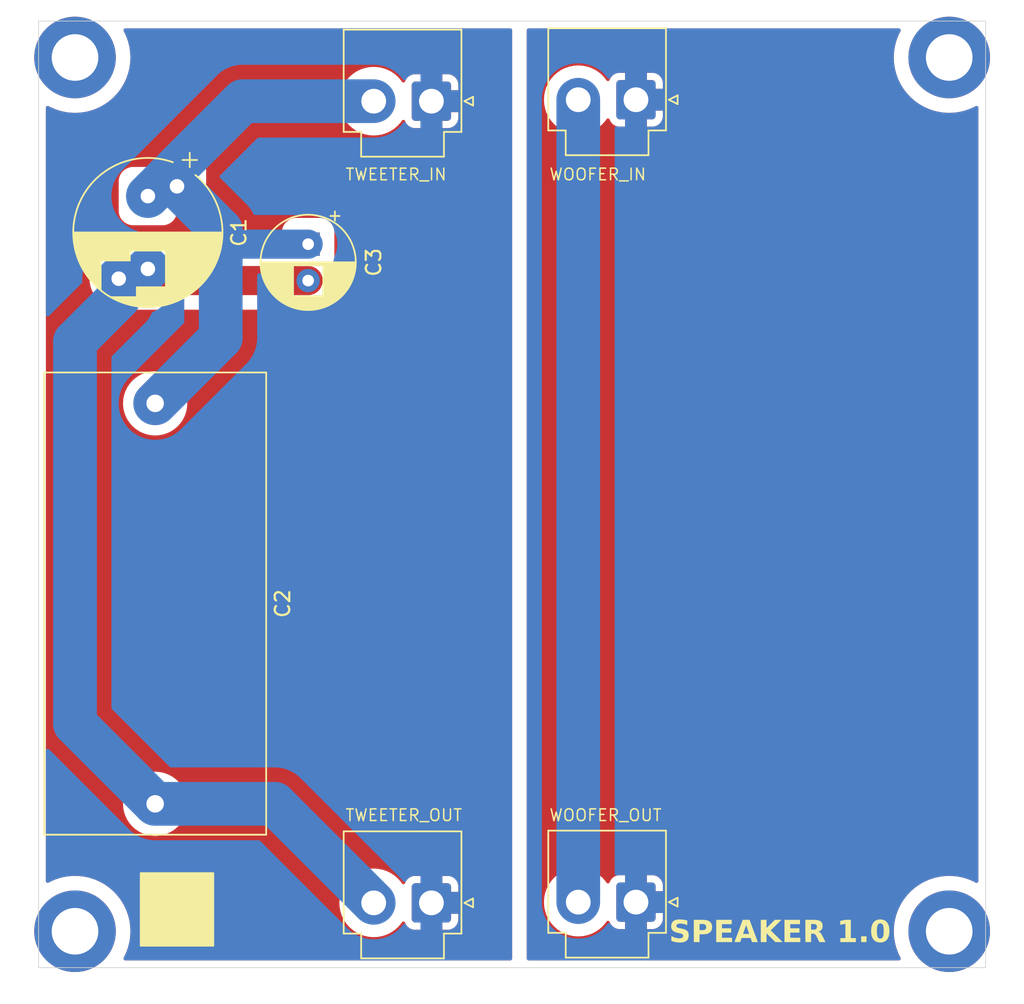
<source format=kicad_pcb>
(kicad_pcb (version 20240108) (generator "pcbnew") (generator_version "8.0")
  (layers (0 "F.Cu" signal) (31 "B.Cu" signal) (34 "B.Paste" user) (35 "F.Paste" user) (36 "B.SilkS" user "B.Silkscreen") (37 "F.SilkS" user "F.Silkscreen") (38 "B.Mask" user) (39 "F.Mask" user) (44 "Edge.Cuts" user))
  (net 0 "")
  (net 1 "TWEETER_OUT")
  (net 2 "TWEETER_IN")
  (net 3 "TWEET_GND")
  (net 4 "WOOFER")
  (net 5 "WOOFER_GND")
  (footprint "Capacitor_THT:C_Rect_L31.5mm_W15.0mm_P27.50mm_MKS4" (layer "F.Cu") (at 78 81.25 -90)
    (property "Reference" "C2" (at 13.75 -8.75 90) (layer "F.SilkS"))
    (property "Value" "2.2uF 400V")
    (fp_line (start -2.12 7.62) (end 29.62 7.62) (stroke (width 0.12)) (layer "F.SilkS"))
    (fp_line (start -2.12 -7.62) (end -2.12 7.62) (stroke (width 0.12)) (layer "F.SilkS"))
    (fp_line (start -2.12 -7.62) (end 29.62 -7.62) (stroke (width 0.12)) (layer "F.SilkS"))
    (fp_line (start 29.62 -7.62) (end 29.62 7.62) (stroke (width 0.12)) (layer "F.SilkS"))
    (pad "1" thru_hole circle (at 0 0 270) (size 2.4 2.4) (drill 1.2) (layers "*.Cu" "*.Mask") (net 2 "TWEETER_IN"))
    (pad "2" thru_hole circle (at 27.5 0 270) (size 2.4 2.4) (drill 1.2) (layers "*.Cu" "*.Mask") (net 1 "TWEETER_OUT"))
  )
  (footprint "MountingHole:MountingHole_3.2mm_M3_DIN965_Pad_TopBottom" (layer "F.Cu") (at 72.5 117.5)
    (property "Reference" "H4" (hide yes))
    (property "Value" "MountingHole")
    (pad "1" thru_hole circle (at 0 0) (size 3.6 3.6) (drill 3.2) (layers "*.Cu" "*.Mask"))
    (pad "1" connect circle (at 0 0) (size 5.6 5.6) (layers "F.Cu" "F.Mask"))
    (pad "1" connect circle (at 0 0) (size 5.6 5.6) (layers "B.Cu" "B.Mask"))
  )
  (footprint "Capacitor_THT:CP_Radial_D6.3mm_P2.50mm" (layer "F.Cu") (at 88.5 70.317621 -90)
    (property "Reference" "C3" (at 1.25 -4.5 90) (layer "F.SilkS"))
    (property "Value" "47uF 50V")
    (fp_line (start 1.49 1.04) (end 1.49 3.222) (stroke (width 0.12)) (layer "F.SilkS"))
    (fp_line (start 1.53 1.04) (end 1.53 3.218) (stroke (width 0.12)) (layer "F.SilkS"))
    (fp_line (start 1.57 1.04) (end 1.57 3.215) (stroke (width 0.12)) (layer "F.SilkS"))
    (fp_line (start 1.61 1.04) (end 1.61 3.211) (stroke (width 0.12)) (layer "F.SilkS"))
    (fp_line (start 1.65 1.04) (end 1.65 3.206) (stroke (width 0.12)) (layer "F.SilkS"))
    (fp_line (start 1.69 1.04) (end 1.69 3.201) (stroke (width 0.12)) (layer "F.SilkS"))
    (fp_line (start 1.73 1.04) (end 1.73 3.195) (stroke (width 0.12)) (layer "F.SilkS"))
    (fp_line (start 1.77 1.04) (end 1.77 3.189) (stroke (width 0.12)) (layer "F.SilkS"))
    (fp_line (start 1.81 1.04) (end 1.81 3.182) (stroke (width 0.12)) (layer "F.SilkS"))
    (fp_line (start 1.85 1.04) (end 1.85 3.175) (stroke (width 0.12)) (layer "F.SilkS"))
    (fp_line (start 1.89 1.04) (end 1.89 3.167) (stroke (width 0.12)) (layer "F.SilkS"))
    (fp_line (start 1.93 1.04) (end 1.93 3.159) (stroke (width 0.12)) (layer "F.SilkS"))
    (fp_line (start 1.971 1.04) (end 1.971 3.15) (stroke (width 0.12)) (layer "F.SilkS"))
    (fp_line (start 2.011 1.04) (end 2.011 3.141) (stroke (width 0.12)) (layer "F.SilkS"))
    (fp_line (start 2.051 1.04) (end 2.051 3.131) (stroke (width 0.12)) (layer "F.SilkS"))
    (fp_line (start 2.091 1.04) (end 2.091 3.121) (stroke (width 0.12)) (layer "F.SilkS"))
    (fp_line (start 2.131 1.04) (end 2.131 3.11) (stroke (width 0.12)) (layer "F.SilkS"))
    (fp_line (start 2.171 1.04) (end 2.171 3.098) (stroke (width 0.12)) (layer "F.SilkS"))
    (fp_line (start 2.211 1.04) (end 2.211 3.086) (stroke (width 0.12)) (layer "F.SilkS"))
    (fp_line (start 2.251 1.04) (end 2.251 3.074) (stroke (width 0.12)) (layer "F.SilkS"))
    (fp_line (start 2.291 1.04) (end 2.291 3.061) (stroke (width 0.12)) (layer "F.SilkS"))
    (fp_line (start 2.331 1.04) (end 2.331 3.047) (stroke (width 0.12)) (layer "F.SilkS"))
    (fp_line (start 2.371 1.04) (end 2.371 3.033) (stroke (width 0.12)) (layer "F.SilkS"))
    (fp_line (start 2.411 1.04) (end 2.411 3.018) (stroke (width 0.12)) (layer "F.SilkS"))
    (fp_line (start 2.451 1.04) (end 2.451 3.002) (stroke (width 0.12)) (layer "F.SilkS"))
    (fp_line (start 2.491 1.04) (end 2.491 2.986) (stroke (width 0.12)) (layer "F.SilkS"))
    (fp_line (start 2.531 1.04) (end 2.531 2.97) (stroke (width 0.12)) (layer "F.SilkS"))
    (fp_line (start 2.571 1.04) (end 2.571 2.952) (stroke (width 0.12)) (layer "F.SilkS"))
    (fp_line (start 2.611 1.04) (end 2.611 2.934) (stroke (width 0.12)) (layer "F.SilkS"))
    (fp_line (start 2.651 1.04) (end 2.651 2.916) (stroke (width 0.12)) (layer "F.SilkS"))
    (fp_line (start 2.691 1.04) (end 2.691 2.896) (stroke (width 0.12)) (layer "F.SilkS"))
    (fp_line (start 2.731 1.04) (end 2.731 2.876) (stroke (width 0.12)) (layer "F.SilkS"))
    (fp_line (start 2.771 1.04) (end 2.771 2.856) (stroke (width 0.12)) (layer "F.SilkS"))
    (fp_line (start 2.811 1.04) (end 2.811 2.834) (stroke (width 0.12)) (layer "F.SilkS"))
    (fp_line (start 2.851 1.04) (end 2.851 2.812) (stroke (width 0.12)) (layer "F.SilkS"))
    (fp_line (start 2.891 1.04) (end 2.891 2.79) (stroke (width 0.12)) (layer "F.SilkS"))
    (fp_line (start 2.931 1.04) (end 2.931 2.766) (stroke (width 0.12)) (layer "F.SilkS"))
    (fp_line (start 2.971 1.04) (end 2.971 2.742) (stroke (width 0.12)) (layer "F.SilkS"))
    (fp_line (start 3.011 1.04) (end 3.011 2.716) (stroke (width 0.12)) (layer "F.SilkS"))
    (fp_line (start 3.051 1.04) (end 3.051 2.69) (stroke (width 0.12)) (layer "F.SilkS"))
    (fp_line (start 3.091 1.04) (end 3.091 2.664) (stroke (width 0.12)) (layer "F.SilkS"))
    (fp_line (start 3.131 1.04) (end 3.131 2.636) (stroke (width 0.12)) (layer "F.SilkS"))
    (fp_line (start 3.171 1.04) (end 3.171 2.607) (stroke (width 0.12)) (layer "F.SilkS"))
    (fp_line (start 3.211 1.04) (end 3.211 2.578) (stroke (width 0.12)) (layer "F.SilkS"))
    (fp_line (start 3.251 1.04) (end 3.251 2.548) (stroke (width 0.12)) (layer "F.SilkS"))
    (fp_line (start 3.291 1.04) (end 3.291 2.516) (stroke (width 0.12)) (layer "F.SilkS"))
    (fp_line (start 3.331 1.04) (end 3.331 2.484) (stroke (width 0.12)) (layer "F.SilkS"))
    (fp_line (start 3.371 1.04) (end 3.371 2.45) (stroke (width 0.12)) (layer "F.SilkS"))
    (fp_line (start 3.411 1.04) (end 3.411 2.416) (stroke (width 0.12)) (layer "F.SilkS"))
    (fp_line (start 3.451 1.04) (end 3.451 2.38) (stroke (width 0.12)) (layer "F.SilkS"))
    (fp_line (start 3.491 1.04) (end 3.491 2.343) (stroke (width 0.12)) (layer "F.SilkS"))
    (fp_line (start 3.531 1.04) (end 3.531 2.305) (stroke (width 0.12)) (layer "F.SilkS"))
    (fp_line (start 4.491 -0.402) (end 4.491 0.402) (stroke (width 0.12)) (layer "F.SilkS"))
    (fp_line (start 4.451 -0.633) (end 4.451 0.633) (stroke (width 0.12)) (layer "F.SilkS"))
    (fp_line (start 4.411 -0.802) (end 4.411 0.802) (stroke (width 0.12)) (layer "F.SilkS"))
    (fp_line (start 4.371 -0.94) (end 4.371 0.94) (stroke (width 0.12)) (layer "F.SilkS"))
    (fp_line (start 4.331 -1.059) (end 4.331 1.059) (stroke (width 0.12)) (layer "F.SilkS"))
    (fp_line (start 4.291 -1.165) (end 4.291 1.165) (stroke (width 0.12)) (layer "F.SilkS"))
    (fp_line (start 4.251 -1.262) (end 4.251 1.262) (stroke (width 0.12)) (layer "F.SilkS"))
    (fp_line (start 4.211 -1.35) (end 4.211 1.35) (stroke (width 0.12)) (layer "F.SilkS"))
    (fp_line (start 4.171 -1.432) (end 4.171 1.432) (stroke (width 0.12)) (layer "F.SilkS"))
    (fp_line (start 4.131 -1.509) (end 4.131 1.509) (stroke (width 0.12)) (layer "F.SilkS"))
    (fp_line (start 4.091 -1.581) (end 4.091 1.581) (stroke (width 0.12)) (layer "F.SilkS"))
    (fp_line (start 4.051 -1.65) (end 4.051 1.65) (stroke (width 0.12)) (layer "F.SilkS"))
    (fp_line (start 4.011 -1.714) (end 4.011 1.714) (stroke (width 0.12)) (layer "F.SilkS"))
    (fp_line (start 3.971 -1.776) (end 3.971 1.776) (stroke (width 0.12)) (layer "F.SilkS"))
    (fp_line (start 3.931 -1.834) (end 3.931 1.834) (stroke (width 0.12)) (layer "F.SilkS"))
    (fp_line (start -2.250241 -1.839) (end -1.620241 -1.839) (stroke (width 0.12)) (layer "F.SilkS"))
    (fp_line (start 3.891 -1.89) (end 3.891 1.89) (stroke (width 0.12)) (layer "F.SilkS"))
    (fp_line (start 3.851 -1.944) (end 3.851 1.944) (stroke (width 0.12)) (layer "F.SilkS"))
    (fp_line (start 3.811 -1.995) (end 3.811 1.995) (stroke (width 0.12)) (layer "F.SilkS"))
    (fp_line (start 3.771 -2.044) (end 3.771 2.044) (stroke (width 0.12)) (layer "F.SilkS"))
    (fp_line (start 3.731 -2.092) (end 3.731 2.092) (stroke (width 0.12)) (layer "F.SilkS"))
    (fp_line (start 3.691 -2.137) (end 3.691 2.137) (stroke (width 0.12)) (layer "F.SilkS"))
    (fp_line (start -1.935241 -2.154) (end -1.935241 -1.524) (stroke (width 0.12)) (layer "F.SilkS"))
    (fp_line (start 3.651 -2.182) (end 3.651 2.182) (stroke (width 0.12)) (layer "F.SilkS"))
    (fp_line (start 3.611 -2.224) (end 3.611 2.224) (stroke (width 0.12)) (layer "F.SilkS"))
    (fp_line (start 3.571 -2.265) (end 3.571 2.265) (stroke (width 0.12)) (layer "F.SilkS"))
    (fp_line (start 3.531 -2.305) (end 3.531 -1.04) (stroke (width 0.12)) (layer "F.SilkS"))
    (fp_line (start 3.491 -2.343) (end 3.491 -1.04) (stroke (width 0.12)) (layer "F.SilkS"))
    (fp_line (start 3.451 -2.38) (end 3.451 -1.04) (stroke (width 0.12)) (layer "F.SilkS"))
    (fp_line (start 3.411 -2.416) (end 3.411 -1.04) (stroke (width 0.12)) (layer "F.SilkS"))
    (fp_line (start 3.371 -2.45) (end 3.371 -1.04) (stroke (width 0.12)) (layer "F.SilkS"))
    (fp_line (start 3.331 -2.484) (end 3.331 -1.04) (stroke (width 0.12)) (layer "F.SilkS"))
    (fp_line (start 3.291 -2.516) (end 3.291 -1.04) (stroke (width 0.12)) (layer "F.SilkS"))
    (fp_line (start 3.251 -2.548) (end 3.251 -1.04) (stroke (width 0.12)) (layer "F.SilkS"))
    (fp_line (start 3.211 -2.578) (end 3.211 -1.04) (stroke (width 0.12)) (layer "F.SilkS"))
    (fp_line (start 3.171 -2.607) (end 3.171 -1.04) (stroke (width 0.12)) (layer "F.SilkS"))
    (fp_line (start 3.131 -2.636) (end 3.131 -1.04) (stroke (width 0.12)) (layer "F.SilkS"))
    (fp_line (start 3.091 -2.664) (end 3.091 -1.04) (stroke (width 0.12)) (layer "F.SilkS"))
    (fp_line (start 3.051 -2.69) (end 3.051 -1.04) (stroke (width 0.12)) (layer "F.SilkS"))
    (fp_line (start 3.011 -2.716) (end 3.011 -1.04) (stroke (width 0.12)) (layer "F.SilkS"))
    (fp_line (start 2.971 -2.742) (end 2.971 -1.04) (stroke (width 0.12)) (layer "F.SilkS"))
    (fp_line (start 2.931 -2.766) (end 2.931 -1.04) (stroke (width 0.12)) (layer "F.SilkS"))
    (fp_line (start 2.891 -2.79) (end 2.891 -1.04) (stroke (width 0.12)) (layer "F.SilkS"))
    (fp_line (start 2.851 -2.812) (end 2.851 -1.04) (stroke (width 0.12)) (layer "F.SilkS"))
    (fp_line (start 2.811 -2.834) (end 2.811 -1.04) (stroke (width 0.12)) (layer "F.SilkS"))
    (fp_line (start 2.771 -2.856) (end 2.771 -1.04) (stroke (width 0.12)) (layer "F.SilkS"))
    (fp_line (start 2.731 -2.876) (end 2.731 -1.04) (stroke (width 0.12)) (layer "F.SilkS"))
    (fp_line (start 2.691 -2.896) (end 2.691 -1.04) (stroke (width 0.12)) (layer "F.SilkS"))
    (fp_line (start 2.651 -2.916) (end 2.651 -1.04) (stroke (width 0.12)) (layer "F.SilkS"))
    (fp_line (start 2.611 -2.934) (end 2.611 -1.04) (stroke (width 0.12)) (layer "F.SilkS"))
    (fp_line (start 2.571 -2.952) (end 2.571 -1.04) (stroke (width 0.12)) (layer "F.SilkS"))
    (fp_line (start 2.531 -2.97) (end 2.531 -1.04) (stroke (width 0.12)) (layer "F.SilkS"))
    (fp_line (start 2.491 -2.986) (end 2.491 -1.04) (stroke (width 0.12)) (layer "F.SilkS"))
    (fp_line (start 2.451 -3.002) (end 2.451 -1.04) (stroke (width 0.12)) (layer "F.SilkS"))
    (fp_line (start 2.411 -3.018) (end 2.411 -1.04) (stroke (width 0.12)) (layer "F.SilkS"))
    (fp_line (start 2.371 -3.033) (end 2.371 -1.04) (stroke (width 0.12)) (layer "F.SilkS"))
    (fp_line (start 2.331 -3.047) (end 2.331 -1.04) (stroke (width 0.12)) (layer "F.SilkS"))
    (fp_line (start 2.291 -3.061) (end 2.291 -1.04) (stroke (width 0.12)) (layer "F.SilkS"))
    (fp_line (start 2.251 -3.074) (end 2.251 -1.04) (stroke (width 0.12)) (layer "F.SilkS"))
    (fp_line (start 2.211 -3.086) (end 2.211 -1.04) (stroke (width 0.12)) (layer "F.SilkS"))
    (fp_line (start 2.171 -3.098) (end 2.171 -1.04) (stroke (width 0.12)) (layer "F.SilkS"))
    (fp_line (start 2.131 -3.11) (end 2.131 -1.04) (stroke (width 0.12)) (layer "F.SilkS"))
    (fp_line (start 2.091 -3.121) (end 2.091 -1.04) (stroke (width 0.12)) (layer "F.SilkS"))
    (fp_line (start 2.051 -3.131) (end 2.051 -1.04) (stroke (width 0.12)) (layer "F.SilkS"))
    (fp_line (start 2.011 -3.141) (end 2.011 -1.04) (stroke (width 0.12)) (layer "F.SilkS"))
    (fp_line (start 1.971 -3.15) (end 1.971 -1.04) (stroke (width 0.12)) (layer "F.SilkS"))
    (fp_line (start 1.93 -3.159) (end 1.93 -1.04) (stroke (width 0.12)) (layer "F.SilkS"))
    (fp_line (start 1.89 -3.167) (end 1.89 -1.04) (stroke (width 0.12)) (layer "F.SilkS"))
    (fp_line (start 1.85 -3.175) (end 1.85 -1.04) (stroke (width 0.12)) (layer "F.SilkS"))
    (fp_line (start 1.81 -3.182) (end 1.81 -1.04) (stroke (width 0.12)) (layer "F.SilkS"))
    (fp_line (start 1.77 -3.189) (end 1.77 -1.04) (stroke (width 0.12)) (layer "F.SilkS"))
    (fp_line (start 1.73 -3.195) (end 1.73 -1.04) (stroke (width 0.12)) (layer "F.SilkS"))
    (fp_line (start 1.69 -3.201) (end 1.69 -1.04) (stroke (width 0.12)) (layer "F.SilkS"))
    (fp_line (start 1.65 -3.206) (end 1.65 -1.04) (stroke (width 0.12)) (layer "F.SilkS"))
    (fp_line (start 1.61 -3.211) (end 1.61 -1.04) (stroke (width 0.12)) (layer "F.SilkS"))
    (fp_line (start 1.57 -3.215) (end 1.57 -1.04) (stroke (width 0.12)) (layer "F.SilkS"))
    (fp_line (start 1.53 -3.218) (end 1.53 -1.04) (stroke (width 0.12)) (layer "F.SilkS"))
    (fp_line (start 1.49 -3.222) (end 1.49 -1.04) (stroke (width 0.12)) (layer "F.SilkS"))
    (fp_line (start 1.45 -3.224) (end 1.45 3.224) (stroke (width 0.12)) (layer "F.SilkS"))
    (fp_line (start 1.41 -3.227) (end 1.41 3.227) (stroke (width 0.12)) (layer "F.SilkS"))
    (fp_line (start 1.37 -3.228) (end 1.37 3.228) (stroke (width 0.12)) (layer "F.SilkS"))
    (fp_line (start 1.25 -3.23) (end 1.25 3.23) (stroke (width 0.12)) (layer "F.SilkS"))
    (fp_line (start 1.29 -3.23) (end 1.29 3.23) (stroke (width 0.12)) (layer "F.SilkS"))
    (fp_line (start 1.33 -3.23) (end 1.33 3.23) (stroke (width 0.12)) (layer "F.SilkS"))
    (fp_circle (center 1.25 0) (end 4.52 0) (stroke (width 0.12)) (fill none) (layer "F.SilkS"))
    (pad "1" thru_hole rect (at 0 0 270) (size 1.6 1.6) (drill 0.8) (layers "*.Cu" "*.Mask") (net 2 "TWEETER_IN"))
    (pad "2" thru_hole circle (at 2.5 0 270) (size 1.6 1.6) (drill 0.8) (layers "*.Cu" "*.Mask") (net 1 "TWEETER_OUT"))
  )
  (footprint "Connector_JST:JST_VH_B2P-VH-B_1x02_P3.96mm_Vertical" (layer "F.Cu") (at 111 115.5 180)
    (property "Reference" "J3" (hide yes))
    (property "Value" "Conn_01x02_Pin")
    (fp_line (start 6.02 4.91) (end -2.06 4.91) (stroke (width 0.12)) (layer "F.SilkS"))
    (fp_line (start 6.02 -2.11) (end 6.02 4.91) (stroke (width 0.12)) (layer "F.SilkS"))
    (fp_line (start 4.82 -2.11) (end 6.02 -2.11) (stroke (width 0.12)) (layer "F.SilkS"))
    (fp_line (start 4.82 -3.81) (end 4.82 -2.11) (stroke (width 0.12)) (layer "F.SilkS"))
    (fp_line (start -0.86 -2.11) (end -0.86 -3.81) (stroke (width 0.12)) (layer "F.SilkS"))
    (fp_line (start -0.86 -3.81) (end 4.82 -3.81) (stroke (width 0.12)) (layer "F.SilkS"))
    (fp_line (start -2.06 4.91) (end -2.06 -2.11) (stroke (width 0.12)) (layer "F.SilkS"))
    (fp_line (start -2.06 -2.11) (end -0.86 -2.11) (stroke (width 0.12)) (layer "F.SilkS"))
    (fp_line (start -2.26 0) (end -2.86 0.3) (stroke (width 0.12)) (layer "F.SilkS"))
    (fp_line (start -2.86 0.3) (end -2.86 -0.3) (stroke (width 0.12)) (layer "F.SilkS"))
    (fp_line (start -2.86 -0.3) (end -2.26 0) (stroke (width 0.12)) (layer "F.SilkS"))
    (pad "1" thru_hole roundrect (at 0 0 180) (size 2.7 2.7) (drill 1.7) (layers "*.Cu" "*.Mask") (roundrect_rratio 0.092593) (net 5 "WOOFER_GND"))
    (pad "2" thru_hole circle (at 3.96 0 180) (size 2.7 2.7) (drill 1.7) (layers "*.Cu" "*.Mask") (net 4 "WOOFER"))
  )
  (footprint "Connector_JST:JST_VH_B2P-VH-B_1x02_P3.96mm_Vertical" (layer "F.Cu") (at 96.96 115.55 180)
    (property "Reference" "J4" (hide yes))
    (property "Value" "Conn_01x02_Pin")
    (fp_line (start 6.02 4.91) (end -2.06 4.91) (stroke (width 0.12)) (layer "F.SilkS"))
    (fp_line (start 6.02 -2.11) (end 6.02 4.91) (stroke (width 0.12)) (layer "F.SilkS"))
    (fp_line (start 4.82 -2.11) (end 6.02 -2.11) (stroke (width 0.12)) (layer "F.SilkS"))
    (fp_line (start 4.82 -3.81) (end 4.82 -2.11) (stroke (width 0.12)) (layer "F.SilkS"))
    (fp_line (start -0.86 -2.11) (end -0.86 -3.81) (stroke (width 0.12)) (layer "F.SilkS"))
    (fp_line (start -0.86 -3.81) (end 4.82 -3.81) (stroke (width 0.12)) (layer "F.SilkS"))
    (fp_line (start -2.06 4.91) (end -2.06 -2.11) (stroke (width 0.12)) (layer "F.SilkS"))
    (fp_line (start -2.06 -2.11) (end -0.86 -2.11) (stroke (width 0.12)) (layer "F.SilkS"))
    (fp_line (start -2.26 0) (end -2.86 0.3) (stroke (width 0.12)) (layer "F.SilkS"))
    (fp_line (start -2.86 0.3) (end -2.86 -0.3) (stroke (width 0.12)) (layer "F.SilkS"))
    (fp_line (start -2.86 -0.3) (end -2.26 0) (stroke (width 0.12)) (layer "F.SilkS"))
    (pad "1" thru_hole roundrect (at 0 0 180) (size 2.7 2.7) (drill 1.7) (layers "*.Cu" "*.Mask") (roundrect_rratio 0.092593) (net 3 "TWEET_GND"))
    (pad "2" thru_hole circle (at 3.96 0 180) (size 2.7 2.7) (drill 1.7) (layers "*.Cu" "*.Mask") (net 1 "TWEETER_OUT"))
  )
  (footprint "MountingHole:MountingHole_3.2mm_M3_DIN965_Pad_TopBottom" (layer "F.Cu") (at 132.5 117.5)
    (property "Reference" "H2" (hide yes))
    (property "Value" "MountingHole")
    (pad "1" thru_hole circle (at 0 0) (size 3.6 3.6) (drill 3.2) (layers "*.Cu" "*.Mask"))
    (pad "1" connect circle (at 0 0) (size 5.6 5.6) (layers "F.Cu" "F.Mask"))
    (pad "1" connect circle (at 0 0) (size 5.6 5.6) (layers "B.Cu" "B.Mask"))
  )
  (footprint "MountingHole:MountingHole_3.2mm_M3_DIN965_Pad_TopBottom" (layer "F.Cu") (at 132.5 57.5)
    (property "Reference" "H1" (hide yes))
    (property "Value" "MountingHole")
    (pad "1" thru_hole circle (at 0 0) (size 3.6 3.6) (drill 3.2) (layers "*.Cu" "*.Mask"))
    (pad "1" connect circle (at 0 0) (size 5.6 5.6) (layers "F.Cu" "F.Mask"))
    (pad "1" connect circle (at 0 0) (size 5.6 5.6) (layers "B.Cu" "B.Mask"))
  )
  (footprint "Connector_JST:JST_VH_B2P-VH-B_1x02_P3.96mm_Vertical" (layer "F.Cu") (at 111 60.4 180)
    (property "Reference" "J2" (hide yes))
    (property "Value" "Conn_01x02_Pin")
    (fp_line (start 6.02 4.91) (end -2.06 4.91) (stroke (width 0.12)) (layer "F.SilkS"))
    (fp_line (start 6.02 -2.11) (end 6.02 4.91) (stroke (width 0.12)) (layer "F.SilkS"))
    (fp_line (start 4.82 -2.11) (end 6.02 -2.11) (stroke (width 0.12)) (layer "F.SilkS"))
    (fp_line (start 4.82 -3.81) (end 4.82 -2.11) (stroke (width 0.12)) (layer "F.SilkS"))
    (fp_line (start -0.86 -2.11) (end -0.86 -3.81) (stroke (width 0.12)) (layer "F.SilkS"))
    (fp_line (start -0.86 -3.81) (end 4.82 -3.81) (stroke (width 0.12)) (layer "F.SilkS"))
    (fp_line (start -2.06 4.91) (end -2.06 -2.11) (stroke (width 0.12)) (layer "F.SilkS"))
    (fp_line (start -2.06 -2.11) (end -0.86 -2.11) (stroke (width 0.12)) (layer "F.SilkS"))
    (fp_line (start -2.26 0) (end -2.86 0.3) (stroke (width 0.12)) (layer "F.SilkS"))
    (fp_line (start -2.86 0.3) (end -2.86 -0.3) (stroke (width 0.12)) (layer "F.SilkS"))
    (fp_line (start -2.86 -0.3) (end -2.26 0) (stroke (width 0.12)) (layer "F.SilkS"))
    (pad "1" thru_hole roundrect (at 0 0 180) (size 2.7 2.7) (drill 1.7) (layers "*.Cu" "*.Mask") (roundrect_rratio 0.092593) (net 5 "WOOFER_GND"))
    (pad "2" thru_hole circle (at 3.96 0 180) (size 2.7 2.7) (drill 1.7) (layers "*.Cu" "*.Mask") (net 4 "WOOFER"))
  )
  (footprint "Capacitor_THT:CP_Radial_D10.0mm_P5.00mm_P7.50mm" (layer "F.Cu") (at 77.5 67.017323 -90)
    (property "Reference" "C1" (at 2.5 -6.25 90) (layer "F.SilkS"))
    (property "Value" "47uF 50V")
    (fp_line (start 4.461 3.24) (end 4.461 4.69) (stroke (width 0.12)) (layer "F.SilkS"))
    (fp_line (start 4.501 3.24) (end 4.501 4.674) (stroke (width 0.12)) (layer "F.SilkS"))
    (fp_line (start 4.541 3.24) (end 4.541 4.657) (stroke (width 0.12)) (layer "F.SilkS"))
    (fp_line (start 4.581 3.24) (end 4.581 4.639) (stroke (width 0.12)) (layer "F.SilkS"))
    (fp_line (start 4.621 3.24) (end 4.621 4.621) (stroke (width 0.12)) (layer "F.SilkS"))
    (fp_line (start 4.661 3.24) (end 4.661 4.603) (stroke (width 0.12)) (layer "F.SilkS"))
    (fp_line (start 4.701 3.24) (end 4.701 4.584) (stroke (width 0.12)) (layer "F.SilkS"))
    (fp_line (start 4.741 3.24) (end 4.741 4.564) (stroke (width 0.12)) (layer "F.SilkS"))
    (fp_line (start 4.781 3.24) (end 4.781 4.545) (stroke (width 0.12)) (layer "F.SilkS"))
    (fp_line (start 4.821 3.24) (end 4.821 4.525) (stroke (width 0.12)) (layer "F.SilkS"))
    (fp_line (start 4.861 3.24) (end 4.861 4.504) (stroke (width 0.12)) (layer "F.SilkS"))
    (fp_line (start 4.901 3.24) (end 4.901 4.483) (stroke (width 0.12)) (layer "F.SilkS"))
    (fp_line (start 4.941 3.24) (end 4.941 4.462) (stroke (width 0.12)) (layer "F.SilkS"))
    (fp_line (start 4.981 3.24) (end 4.981 4.44) (stroke (width 0.12)) (layer "F.SilkS"))
    (fp_line (start 5.021 3.24) (end 5.021 4.417) (stroke (width 0.12)) (layer "F.SilkS"))
    (fp_line (start 5.061 3.24) (end 5.061 4.395) (stroke (width 0.12)) (layer "F.SilkS"))
    (fp_line (start 5.101 3.24) (end 5.101 4.371) (stroke (width 0.12)) (layer "F.SilkS"))
    (fp_line (start 5.141 3.24) (end 5.141 4.347) (stroke (width 0.12)) (layer "F.SilkS"))
    (fp_line (start 5.181 3.24) (end 5.181 4.323) (stroke (width 0.12)) (layer "F.SilkS"))
    (fp_line (start 5.221 3.24) (end 5.221 4.298) (stroke (width 0.12)) (layer "F.SilkS"))
    (fp_line (start 5.261 3.24) (end 5.261 4.273) (stroke (width 0.12)) (layer "F.SilkS"))
    (fp_line (start 5.301 3.24) (end 5.301 4.247) (stroke (width 0.12)) (layer "F.SilkS"))
    (fp_line (start 5.341 3.24) (end 5.341 4.221) (stroke (width 0.12)) (layer "F.SilkS"))
    (fp_line (start 5.381 3.24) (end 5.381 4.194) (stroke (width 0.12)) (layer "F.SilkS"))
    (fp_line (start 5.421 3.24) (end 5.421 4.166) (stroke (width 0.12)) (layer "F.SilkS"))
    (fp_line (start 5.461 3.24) (end 5.461 4.138) (stroke (width 0.12)) (layer "F.SilkS"))
    (fp_line (start 5.501 3.24) (end 5.501 4.11) (stroke (width 0.12)) (layer "F.SilkS"))
    (fp_line (start 5.541 3.24) (end 5.541 4.08) (stroke (width 0.12)) (layer "F.SilkS"))
    (fp_line (start 5.581 3.24) (end 5.581 4.05) (stroke (width 0.12)) (layer "F.SilkS"))
    (fp_line (start 5.621 3.24) (end 5.621 4.02) (stroke (width 0.12)) (layer "F.SilkS"))
    (fp_line (start 5.661 3.24) (end 5.661 3.989) (stroke (width 0.12)) (layer "F.SilkS"))
    (fp_line (start 5.701 3.24) (end 5.701 3.957) (stroke (width 0.12)) (layer "F.SilkS"))
    (fp_line (start 5.741 3.24) (end 5.741 3.925) (stroke (width 0.12)) (layer "F.SilkS"))
    (fp_line (start 5.781 3.24) (end 5.781 3.892) (stroke (width 0.12)) (layer "F.SilkS"))
    (fp_line (start 5.821 3.24) (end 5.821 3.858) (stroke (width 0.12)) (layer "F.SilkS"))
    (fp_line (start 5.861 3.24) (end 5.861 3.824) (stroke (width 0.12)) (layer "F.SilkS"))
    (fp_line (start 5.901 3.24) (end 5.901 3.789) (stroke (width 0.12)) (layer "F.SilkS"))
    (fp_line (start 5.941 3.24) (end 5.941 3.753) (stroke (width 0.12)) (layer "F.SilkS"))
    (fp_line (start 5.981 3.24) (end 5.981 3.716) (stroke (width 0.12)) (layer "F.SilkS"))
    (fp_line (start 6.021 3.24) (end 6.021 3.679) (stroke (width 0.12)) (layer "F.SilkS"))
    (fp_line (start 6.061 3.24) (end 6.061 3.64) (stroke (width 0.12)) (layer "F.SilkS"))
    (fp_line (start 6.101 3.24) (end 6.101 3.601) (stroke (width 0.12)) (layer "F.SilkS"))
    (fp_line (start 6.141 3.24) (end 6.141 3.561) (stroke (width 0.12)) (layer "F.SilkS"))
    (fp_line (start 6.181 3.24) (end 6.181 3.52) (stroke (width 0.12)) (layer "F.SilkS"))
    (fp_line (start 6.221 3.24) (end 6.221 3.478) (stroke (width 0.12)) (layer "F.SilkS"))
    (fp_line (start 6.261 3.24) (end 6.261 3.436) (stroke (width 0.12)) (layer "F.SilkS"))
    (fp_line (start 6.301 3.24) (end 6.301 3.392) (stroke (width 0.12)) (layer "F.SilkS"))
    (fp_line (start 6.341 3.24) (end 6.341 3.347) (stroke (width 0.12)) (layer "F.SilkS"))
    (fp_line (start 6.381 3.24) (end 6.381 3.301) (stroke (width 0.12)) (layer "F.SilkS"))
    (fp_line (start 6.421 3.24) (end 6.421 3.254) (stroke (width 0.12)) (layer "F.SilkS"))
    (fp_line (start 3.781 1.241) (end 3.781 4.918) (stroke (width 0.12)) (layer "F.SilkS"))
    (fp_line (start 3.821 1.241) (end 3.821 4.907) (stroke (width 0.12)) (layer "F.SilkS"))
    (fp_line (start 3.861 1.241) (end 3.861 4.897) (stroke (width 0.12)) (layer "F.SilkS"))
    (fp_line (start 3.901 1.241) (end 3.901 4.885) (stroke (width 0.12)) (layer "F.SilkS"))
    (fp_line (start 3.941 1.241) (end 3.941 4.874) (stroke (width 0.12)) (layer "F.SilkS"))
    (fp_line (start 3.981 1.241) (end 3.981 4.862) (stroke (width 0.12)) (layer "F.SilkS"))
    (fp_line (start 4.021 1.241) (end 4.021 4.85) (stroke (width 0.12)) (layer "F.SilkS"))
    (fp_line (start 4.061 1.241) (end 4.061 4.837) (stroke (width 0.12)) (layer "F.SilkS"))
    (fp_line (start 4.101 1.241) (end 4.101 4.824) (stroke (width 0.12)) (layer "F.SilkS"))
    (fp_line (start 4.141 1.241) (end 4.141 4.811) (stroke (width 0.12)) (layer "F.SilkS"))
    (fp_line (start 4.181 1.241) (end 4.181 4.797) (stroke (width 0.12)) (layer "F.SilkS"))
    (fp_line (start 4.221 1.241) (end 4.221 4.783) (stroke (width 0.12)) (layer "F.SilkS"))
    (fp_line (start 4.261 1.241) (end 4.261 4.768) (stroke (width 0.12)) (layer "F.SilkS"))
    (fp_line (start 4.301 1.241) (end 4.301 4.754) (stroke (width 0.12)) (layer "F.SilkS"))
    (fp_line (start 4.341 1.241) (end 4.341 4.738) (stroke (width 0.12)) (layer "F.SilkS"))
    (fp_line (start 4.381 1.241) (end 4.381 4.723) (stroke (width 0.12)) (layer "F.SilkS"))
    (fp_line (start 4.421 1.241) (end 4.421 4.707) (stroke (width 0.12)) (layer "F.SilkS"))
    (fp_line (start 7.581 -0.599) (end 7.581 0.599) (stroke (width 0.12)) (layer "F.SilkS"))
    (fp_line (start 7.541 -0.862) (end 7.541 0.862) (stroke (width 0.12)) (layer "F.SilkS"))
    (fp_line (start 7.501 -1.062) (end 7.501 1.062) (stroke (width 0.12)) (layer "F.SilkS"))
    (fp_line (start 7.461 -1.23) (end 7.461 1.23) (stroke (width 0.12)) (layer "F.SilkS"))
    (fp_line (start 7.421 -1.378) (end 7.421 1.378) (stroke (width 0.12)) (layer "F.SilkS"))
    (fp_line (start 7.381 -1.51) (end 7.381 1.51) (stroke (width 0.12)) (layer "F.SilkS"))
    (fp_line (start 7.341 -1.63) (end 7.341 1.63) (stroke (width 0.12)) (layer "F.SilkS"))
    (fp_line (start 7.301 -1.742) (end 7.301 1.742) (stroke (width 0.12)) (layer "F.SilkS"))
    (fp_line (start 7.261 -1.846) (end 7.261 1.846) (stroke (width 0.12)) (layer "F.SilkS"))
    (fp_line (start 7.221 -1.944) (end 7.221 1.944) (stroke (width 0.12)) (layer "F.SilkS"))
    (fp_line (start 7.181 -2.037) (end 7.181 2.037) (stroke (width 0.12)) (layer "F.SilkS"))
    (fp_line (start 7.141 -2.125) (end 7.141 2.125) (stroke (width 0.12)) (layer "F.SilkS"))
    (fp_line (start 7.101 -2.209) (end 7.101 2.209) (stroke (width 0.12)) (layer "F.SilkS"))
    (fp_line (start 7.061 -2.289) (end 7.061 2.289) (stroke (width 0.12)) (layer "F.SilkS"))
    (fp_line (start 7.021 -2.365) (end 7.021 2.365) (stroke (width 0.12)) (layer "F.SilkS"))
    (fp_line (start 6.981 -2.439) (end 6.981 2.439) (stroke (width 0.12)) (layer "F.SilkS"))
    (fp_line (start 6.941 -2.51) (end 6.941 2.51) (stroke (width 0.12)) (layer "F.SilkS"))
    (fp_line (start 6.901 -2.579) (end 6.901 0.76) (stroke (width 0.12)) (layer "F.SilkS"))
    (fp_line (start 6.861 -2.645) (end 6.861 0.76) (stroke (width 0.12)) (layer "F.SilkS"))
    (fp_line (start 6.821 -2.709) (end 6.821 0.76) (stroke (width 0.12)) (layer "F.SilkS"))
    (fp_line (start 6.781 -2.77) (end 6.781 0.76) (stroke (width 0.12)) (layer "F.SilkS"))
    (fp_line (start 6.741 -2.83) (end 6.741 0.76) (stroke (width 0.12)) (layer "F.SilkS"))
    (fp_line (start -2.979646 -2.875) (end -1.979646 -2.875) (stroke (width 0.12)) (layer "F.SilkS"))
    (fp_line (start 6.701 -2.889) (end 6.701 0.76) (stroke (width 0.12)) (layer "F.SilkS"))
    (fp_line (start 6.661 -2.945) (end 6.661 0.76) (stroke (width 0.12)) (layer "F.SilkS"))
    (fp_line (start 6.621 -3) (end 6.621 0.76) (stroke (width 0.12)) (layer "F.SilkS"))
    (fp_line (start 6.581 -3.054) (end 6.581 0.76) (stroke (width 0.12)) (layer "F.SilkS"))
    (fp_line (start 6.541 -3.106) (end 6.541 0.76) (stroke (width 0.12)) (layer "F.SilkS"))
    (fp_line (start 6.501 -3.156) (end 6.501 0.76) (stroke (width 0.12)) (layer "F.SilkS"))
    (fp_line (start 6.461 -3.206) (end 6.461 0.76) (stroke (width 0.12)) (layer "F.SilkS"))
    (fp_line (start 6.421 -3.254) (end 6.421 0.76) (stroke (width 0.12)) (layer "F.SilkS"))
    (fp_line (start 6.381 -3.301) (end 6.381 0.76) (stroke (width 0.12)) (layer "F.SilkS"))
    (fp_line (start 6.341 -3.347) (end 6.341 0.76) (stroke (width 0.12)) (layer "F.SilkS"))
    (fp_line (start -2.479646 -3.375) (end -2.479646 -2.375) (stroke (width 0.12)) (layer "F.SilkS"))
    (fp_line (start 6.301 -3.392) (end 6.301 0.76) (stroke (width 0.12)) (layer "F.SilkS"))
    (fp_line (start 6.261 -3.436) (end 6.261 0.76) (stroke (width 0.12)) (layer "F.SilkS"))
    (fp_line (start 6.221 -3.478) (end 6.221 -1.241) (stroke (width 0.12)) (layer "F.SilkS"))
    (fp_line (start 6.181 -3.52) (end 6.181 -1.241) (stroke (width 0.12)) (layer "F.SilkS"))
    (fp_line (start 6.141 -3.561) (end 6.141 -1.241) (stroke (width 0.12)) (layer "F.SilkS"))
    (fp_line (start 6.101 -3.601) (end 6.101 -1.241) (stroke (width 0.12)) (layer "F.SilkS"))
    (fp_line (start 6.061 -3.64) (end 6.061 -1.241) (stroke (width 0.12)) (layer "F.SilkS"))
    (fp_line (start 6.021 -3.679) (end 6.021 -1.241) (stroke (width 0.12)) (layer "F.SilkS"))
    (fp_line (start 5.981 -3.716) (end 5.981 -1.241) (stroke (width 0.12)) (layer "F.SilkS"))
    (fp_line (start 5.941 -3.753) (end 5.941 -1.241) (stroke (width 0.12)) (layer "F.SilkS"))
    (fp_line (start 5.901 -3.789) (end 5.901 -1.241) (stroke (width 0.12)) (layer "F.SilkS"))
    (fp_line (start 5.861 -3.824) (end 5.861 -1.241) (stroke (width 0.12)) (layer "F.SilkS"))
    (fp_line (start 5.821 -3.858) (end 5.821 -1.241) (stroke (width 0.12)) (layer "F.SilkS"))
    (fp_line (start 5.781 -3.892) (end 5.781 -1.241) (stroke (width 0.12)) (layer "F.SilkS"))
    (fp_line (start 5.741 -3.925) (end 5.741 -1.241) (stroke (width 0.12)) (layer "F.SilkS"))
    (fp_line (start 5.701 -3.957) (end 5.701 -1.241) (stroke (width 0.12)) (layer "F.SilkS"))
    (fp_line (start 5.661 -3.989) (end 5.661 -1.241) (stroke (width 0.12)) (layer "F.SilkS"))
    (fp_line (start 5.621 -4.02) (end 5.621 -1.241) (stroke (width 0.12)) (layer "F.SilkS"))
    (fp_line (start 5.581 -4.05) (end 5.581 -1.241) (stroke (width 0.12)) (layer "F.SilkS"))
    (fp_line (start 5.541 -4.08) (end 5.541 -1.241) (stroke (width 0.12)) (layer "F.SilkS"))
    (fp_line (start 5.501 -4.11) (end 5.501 -1.241) (stroke (width 0.12)) (layer "F.SilkS"))
    (fp_line (start 5.461 -4.138) (end 5.461 -1.241) (stroke (width 0.12)) (layer "F.SilkS"))
    (fp_line (start 5.421 -4.166) (end 5.421 -1.241) (stroke (width 0.12)) (layer "F.SilkS"))
    (fp_line (start 5.381 -4.194) (end 5.381 -1.241) (stroke (width 0.12)) (layer "F.SilkS"))
    (fp_line (start 5.341 -4.221) (end 5.341 -1.241) (stroke (width 0.12)) (layer "F.SilkS"))
    (fp_line (start 5.301 -4.247) (end 5.301 -1.241) (stroke (width 0.12)) (layer "F.SilkS"))
    (fp_line (start 5.261 -4.273) (end 5.261 -1.241) (stroke (width 0.12)) (layer "F.SilkS"))
    (fp_line (start 5.221 -4.298) (end 5.221 -1.241) (stroke (width 0.12)) (layer "F.SilkS"))
    (fp_line (start 5.181 -4.323) (end 5.181 -1.241) (stroke (width 0.12)) (layer "F.SilkS"))
    (fp_line (start 5.141 -4.347) (end 5.141 -1.241) (stroke (width 0.12)) (layer "F.SilkS"))
    (fp_line (start 5.101 -4.371) (end 5.101 -1.241) (stroke (width 0.12)) (layer "F.SilkS"))
    (fp_line (start 5.061 -4.395) (end 5.061 -1.241) (stroke (width 0.12)) (layer "F.SilkS"))
    (fp_line (start 5.021 -4.417) (end 5.021 -1.241) (stroke (width 0.12)) (layer "F.SilkS"))
    (fp_line (start 4.981 -4.44) (end 4.981 -1.241) (stroke (width 0.12)) (layer "F.SilkS"))
    (fp_line (start 4.941 -4.462) (end 4.941 -1.241) (stroke (width 0.12)) (layer "F.SilkS"))
    (fp_line (start 4.901 -4.483) (end 4.901 -1.241) (stroke (width 0.12)) (layer "F.SilkS"))
    (fp_line (start 4.861 -4.504) (end 4.861 -1.241) (stroke (width 0.12)) (layer "F.SilkS"))
    (fp_line (start 4.821 -4.525) (end 4.821 -1.241) (stroke (width 0.12)) (layer "F.SilkS"))
    (fp_line (start 4.781 -4.545) (end 4.781 -1.241) (stroke (width 0.12)) (layer "F.SilkS"))
    (fp_line (start 4.741 -4.564) (end 4.741 -1.241) (stroke (width 0.12)) (layer "F.SilkS"))
    (fp_line (start 4.701 -4.584) (end 4.701 -1.241) (stroke (width 0.12)) (layer "F.SilkS"))
    (fp_line (start 4.661 -4.603) (end 4.661 -1.241) (stroke (width 0.12)) (layer "F.SilkS"))
    (fp_line (start 4.621 -4.621) (end 4.621 -1.241) (stroke (width 0.12)) (layer "F.SilkS"))
    (fp_line (start 4.581 -4.639) (end 4.581 -1.241) (stroke (width 0.12)) (layer "F.SilkS"))
    (fp_line (start 4.541 -4.657) (end 4.541 -1.241) (stroke (width 0.12)) (layer "F.SilkS"))
    (fp_line (start 4.501 -4.674) (end 4.501 -1.241) (stroke (width 0.12)) (layer "F.SilkS"))
    (fp_line (start 4.461 -4.69) (end 4.461 -1.241) (stroke (width 0.12)) (layer "F.SilkS"))
    (fp_line (start 4.421 -4.707) (end 4.421 -1.241) (stroke (width 0.12)) (layer "F.SilkS"))
    (fp_line (start 4.381 -4.723) (end 4.381 -1.241) (stroke (width 0.12)) (layer "F.SilkS"))
    (fp_line (start 4.341 -4.738) (end 4.341 -1.241) (stroke (width 0.12)) (layer "F.SilkS"))
    (fp_line (start 4.301 -4.754) (end 4.301 -1.241) (stroke (width 0.12)) (layer "F.SilkS"))
    (fp_line (start 4.261 -4.768) (end 4.261 -1.241) (stroke (width 0.12)) (layer "F.SilkS"))
    (fp_line (start 4.221 -4.783) (end 4.221 -1.241) (stroke (width 0.12)) (layer "F.SilkS"))
    (fp_line (start 4.181 -4.797) (end 4.181 -1.241) (stroke (width 0.12)) (layer "F.SilkS"))
    (fp_line (start 4.141 -4.811) (end 4.141 -1.241) (stroke (width 0.12)) (layer "F.SilkS"))
    (fp_line (start 4.101 -4.824) (end 4.101 -1.241) (stroke (width 0.12)) (layer "F.SilkS"))
    (fp_line (start 4.061 -4.837) (end 4.061 -1.241) (stroke (width 0.12)) (layer "F.SilkS"))
    (fp_line (start 4.021 -4.85) (end 4.021 -1.241) (stroke (width 0.12)) (layer "F.SilkS"))
    (fp_line (start 3.981 -4.862) (end 3.981 -1.241) (stroke (width 0.12)) (layer "F.SilkS"))
    (fp_line (start 3.941 -4.874) (end 3.941 -1.241) (stroke (width 0.12)) (layer "F.SilkS"))
    (fp_line (start 3.901 -4.885) (end 3.901 -1.241) (stroke (width 0.12)) (layer "F.SilkS"))
    (fp_line (start 3.861 -4.897) (end 3.861 -1.241) (stroke (width 0.12)) (layer "F.SilkS"))
    (fp_line (start 3.821 -4.907) (end 3.821 -1.241) (stroke (width 0.12)) (layer "F.SilkS"))
    (fp_line (start 3.781 -4.918) (end 3.781 -1.241) (stroke (width 0.12)) (layer "F.SilkS"))
    (fp_line (start 3.741 -4.928) (end 3.741 4.928) (stroke (width 0.12)) (layer "F.SilkS"))
    (fp_line (start 3.701 -4.938) (end 3.701 4.938) (stroke (width 0.12)) (layer "F.SilkS"))
    (fp_line (start 3.661 -4.947) (end 3.661 4.947) (stroke (width 0.12)) (layer "F.SilkS"))
    (fp_line (start 3.621 -4.956) (end 3.621 4.956) (stroke (width 0.12)) (layer "F.SilkS"))
    (fp_line (start 3.581 -4.965) (end 3.581 4.965) (stroke (width 0.12)) (layer "F.SilkS"))
    (fp_line (start 3.541 -4.974) (end 3.541 4.974) (stroke (width 0.12)) (layer "F.SilkS"))
    (fp_line (start 3.501 -4.982) (end 3.501 4.982) (stroke (width 0.12)) (layer "F.SilkS"))
    (fp_line (start 3.461 -4.99) (end 3.461 4.99) (stroke (width 0.12)) (layer "F.SilkS"))
    (fp_line (start 3.421 -4.997) (end 3.421 4.997) (stroke (width 0.12)) (layer "F.SilkS"))
    (fp_line (start 3.381 -5.004) (end 3.381 5.004) (stroke (width 0.12)) (layer "F.SilkS"))
    (fp_line (start 3.341 -5.011) (end 3.341 5.011) (stroke (width 0.12)) (layer "F.SilkS"))
    (fp_line (start 3.301 -5.018) (end 3.301 5.018) (stroke (width 0.12)) (layer "F.SilkS"))
    (fp_line (start 3.261 -5.024) (end 3.261 5.024) (stroke (width 0.12)) (layer "F.SilkS"))
    (fp_line (start 3.221 -5.03) (end 3.221 5.03) (stroke (width 0.12)) (layer "F.SilkS"))
    (fp_line (start 3.18 -5.035) (end 3.18 5.035) (stroke (width 0.12)) (layer "F.SilkS"))
    (fp_line (start 3.14 -5.04) (end 3.14 5.04) (stroke (width 0.12)) (layer "F.SilkS"))
    (fp_line (start 3.1 -5.045) (end 3.1 5.045) (stroke (width 0.12)) (layer "F.SilkS"))
    (fp_line (start 3.06 -5.05) (end 3.06 5.05) (stroke (width 0.12)) (layer "F.SilkS"))
    (fp_line (start 3.02 -5.054) (end 3.02 5.054) (stroke (width 0.12)) (layer "F.SilkS"))
    (fp_line (start 2.98 -5.058) (end 2.98 5.058) (stroke (width 0.12)) (layer "F.SilkS"))
    (fp_line (start 2.94 -5.062) (end 2.94 5.062) (stroke (width 0.12)) (layer "F.SilkS"))
    (fp_line (start 2.9 -5.065) (end 2.9 5.065) (stroke (width 0.12)) (layer "F.SilkS"))
    (fp_line (start 2.86 -5.068) (end 2.86 5.068) (stroke (width 0.12)) (layer "F.SilkS"))
    (fp_line (start 2.82 -5.07) (end 2.82 5.07) (stroke (width 0.12)) (layer "F.SilkS"))
    (fp_line (start 2.78 -5.073) (end 2.78 5.073) (stroke (width 0.12)) (layer "F.SilkS"))
    (fp_line (start 2.74 -5.075) (end 2.74 5.075) (stroke (width 0.12)) (layer "F.SilkS"))
    (fp_line (start 2.7 -5.077) (end 2.7 5.077) (stroke (width 0.12)) (layer "F.SilkS"))
    (fp_line (start 2.66 -5.078) (end 2.66 5.078) (stroke (width 0.12)) (layer "F.SilkS"))
    (fp_line (start 2.62 -5.079) (end 2.62 5.079) (stroke (width 0.12)) (layer "F.SilkS"))
    (fp_line (start 2.5 -5.08) (end 2.5 5.08) (stroke (width 0.12)) (layer "F.SilkS"))
    (fp_line (start 2.54 -5.08) (end 2.54 5.08) (stroke (width 0.12)) (layer "F.SilkS"))
    (fp_line (start 2.58 -5.08) (end 2.58 5.08) (stroke (width 0.12)) (layer "F.SilkS"))
    (fp_arc (start -1.448012 -3.26) (mid 6.954126 2.524908) (end -2.324903 -1.713098) (stroke (width 0.12)) (layer "F.SilkS"))
    (pad "1" thru_hole rect (at -0.672144 -2 270) (size 2 2) (drill 1) (layers "*.Cu" "*.Mask") (net 2 "TWEETER_IN"))
    (pad "1" thru_hole rect (at 0 0 270) (size 2 2) (drill 1) (layers "*.Cu" "*.Mask") (net 2 "TWEETER_IN"))
    (pad "2" thru_hole circle (at 5 0 270) (size 2 2) (drill 1) (layers "*.Cu" "*.Mask") (net 1 "TWEETER_OUT"))
    (pad "2" thru_hole circle (at 5.672144 2 270) (size 2 2) (drill 1) (layers "*.Cu" "*.Mask") (net 1 "TWEETER_OUT"))
  )
  (footprint "Connector_JST:JST_VH_B2P-VH-B_1x02_P3.96mm_Vertical" (layer "F.Cu") (at 96.96 60.5 180)
    (property "Reference" "J1" (hide yes))
    (property "Value" "Conn_01x02_Pin")
    (fp_line (start 6.02 4.91) (end -2.06 4.91) (stroke (width 0.12)) (layer "F.SilkS"))
    (fp_line (start 6.02 -2.11) (end 6.02 4.91) (stroke (width 0.12)) (layer "F.SilkS"))
    (fp_line (start 4.82 -2.11) (end 6.02 -2.11) (stroke (width 0.12)) (layer "F.SilkS"))
    (fp_line (start 4.82 -3.81) (end 4.82 -2.11) (stroke (width 0.12)) (layer "F.SilkS"))
    (fp_line (start -0.86 -2.11) (end -0.86 -3.81) (stroke (width 0.12)) (layer "F.SilkS"))
    (fp_line (start -0.86 -3.81) (end 4.82 -3.81) (stroke (width 0.12)) (layer "F.SilkS"))
    (fp_line (start -2.06 4.91) (end -2.06 -2.11) (stroke (width 0.12)) (layer "F.SilkS"))
    (fp_line (start -2.06 -2.11) (end -0.86 -2.11) (stroke (width 0.12)) (layer "F.SilkS"))
    (fp_line (start -2.26 0) (end -2.86 0.3) (stroke (width 0.12)) (layer "F.SilkS"))
    (fp_line (start -2.86 0.3) (end -2.86 -0.3) (stroke (width 0.12)) (layer "F.SilkS"))
    (fp_line (start -2.86 -0.3) (end -2.26 0) (stroke (width 0.12)) (layer "F.SilkS"))
    (pad "1" thru_hole roundrect (at 0 0 180) (size 2.7 2.7) (drill 1.7) (layers "*.Cu" "*.Mask") (roundrect_rratio 0.092593) (net 3 "TWEET_GND"))
    (pad "2" thru_hole circle (at 3.96 0 180) (size 2.7 2.7) (drill 1.7) (layers "*.Cu" "*.Mask") (net 2 "TWEETER_IN"))
  )
  (footprint "MountingHole:MountingHole_3.2mm_M3_DIN965_Pad_TopBottom" (layer "F.Cu") (at 72.5 57.5)
    (property "Reference" "H3" (hide yes))
    (property "Value" "MountingHole")
    (pad "1" thru_hole circle (at 0 0) (size 3.6 3.6) (drill 3.2) (layers "*.Cu" "*.Mask"))
    (pad "1" connect circle (at 0 0) (size 5.6 5.6) (layers "F.Cu" "F.Mask"))
    (pad "1" connect circle (at 0 0) (size 5.6 5.6) (layers "B.Cu" "B.Mask"))
  )
  (gr_rect (start 77 113.5) (end 82 118.5) (stroke (width 0.1)) (fill solid) (layer "F.SilkS"))
  (gr_line (start 135 55) (end 135 120) (stroke (width 0.05)) (layer "Edge.Cuts"))
  (gr_line (start 70 55) (end 135 55) (stroke (width 0.05)) (layer "Edge.Cuts"))
  (gr_line (start 135 120) (end 70 120) (stroke (width 0.05)) (layer "Edge.Cuts"))
  (gr_line (start 70 120) (end 70 55) (stroke (width 0.05)) (layer "Edge.Cuts"))
  (gr_text "TWEETER_IN" (at 91 66 0) (layer "F.SilkS") (effects (font (size 0.8 0.8) (thickness 0.1)) (justify left bottom)))
  (gr_text "WOOFER_OUT" (at 105 110 0) (layer "F.SilkS") (effects (font (size 0.8 0.8) (thickness 0.1)) (justify left bottom)))
  (gr_text "SPEAKER 1.0" (at 128.5 118.5 0) (layer "F.SilkS") (effects (font (size 1.5 1.5) (thickness 0.3) (bold yes)) (justify right bottom)))
  (gr_text "TWEETER_OUT" (at 91 110 0) (layer "F.SilkS") (effects (font (size 0.8 0.8) (thickness 0.1)) (justify left bottom)))
  (gr_text "WOOFER_IN" (at 105 66 0) (layer "F.SilkS") (effects (font (size 0.8 0.8) (thickness 0.1)) (justify left bottom)))
  (segment (start 88.5 72.817621) (end 75.628154 72.817621) (width 2) (layer "F.Cu") (net 1))
  (segment (start 75.628154 72.817621) (end 75.5 72.689467) (width 2) (layer "F.Cu") (net 1))
  (segment (start 75.5 72.689467) (end 76.827856 72.689467) (width 3) (layer "B.Cu") (net 1))
  (segment (start 78 108.75) (end 86.2 108.75) (width 3) (layer "B.Cu") (net 1))
  (segment (start 72.5 103.25) (end 78 108.75) (width 3) (layer "B.Cu") (net 1))
  (segment (start 75.5 72.689467) (end 75.5 74) (width 3) (layer "B.Cu") (net 1))
  (segment (start 86.2 108.75) (end 93 115.55) (width 3) (layer "B.Cu") (net 1))
  (segment (start 76.827856 72.689467) (end 77.5 72.017323) (width 3) (layer "B.Cu") (net 1))
  (segment (start 72.5 77) (end 72.5 103.25) (width 3) (layer "B.Cu") (net 1))
  (segment (start 75.5 74) (end 72.5 77) (width 3) (layer "B.Cu") (net 1))
  (segment (start 82.682379 70.317621) (end 82.5 70.5) (width 2) (layer "B.Cu") (net 2))
  (segment (start 88.5 70.317621) (end 82.682379 70.317621) (width 2) (layer "B.Cu") (net 2))
  (segment (start 82.5 70.5) (end 82.5 69.345179) (width 3) (layer "B.Cu") (net 2))
  (segment (start 82.5 76.75) (end 82.5 70.5) (width 3) (layer "B.Cu") (net 2))
  (segment (start 84.017323 60.5) (end 77.5 67.017323) (width 3) (layer "B.Cu") (net 2))
  (segment (start 78 81.25) (end 82.5 76.75) (width 3) (layer "B.Cu") (net 2))
  (segment (start 93 60.5) (end 84.017323 60.5) (width 3) (layer "B.Cu") (net 2))
  (segment (start 82.5 69.345179) (end 79.5 66.345179) (width 3) (layer "B.Cu") (net 2))
  (segment (start 107.04 60.4) (end 107.04 115.5) (width 3) (layer "B.Cu") (net 4))
  (zone (net 5) (net_name "WOOFER_GND") (layers "F&B.Cu") (connect_pads (clearance 1)) (min_thickness 0.25) (fill yes (thermal_gap 0.5) (thermal_bridge_width 1.5))
    (polygon (pts (xy 102.5 54) (xy 137.5 54) (xy 137.5 121) (xy 137 121.5) (xy 103 121.5) (xy 102.5 121)))
  )
  (zone (net 3) (net_name "TWEET_GND") (layers "F&B.Cu") (priority 1) (connect_pads (clearance 1)) (min_thickness 0.25) (fill yes (thermal_gap 0.5) (thermal_bridge_width 1.5))
    (polygon (pts (xy 69 54) (xy 102.5 54) (xy 102.5 121) (xy 101 122.5) (xy 68 122.5) (xy 68 55)))
  )
)
</source>
